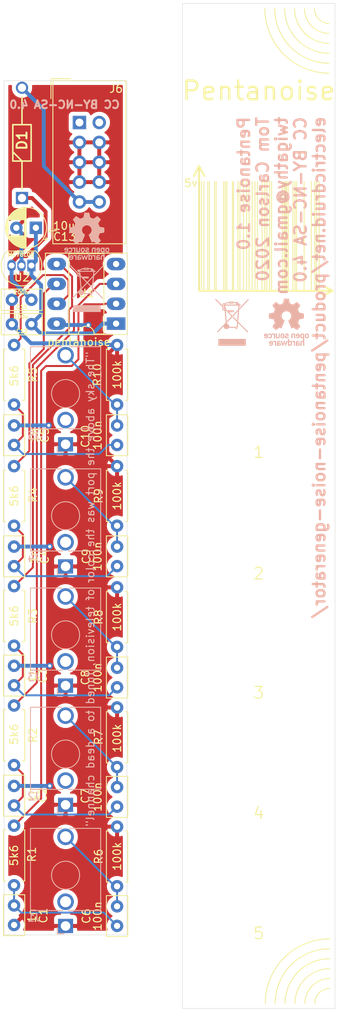
<source format=kicad_pcb>
(kicad_pcb (version 20171130) (host pcbnew "(5.1.4)-1")
  (layers (0 F.Cu signal) (31 B.Cu signal) (34 B.Paste user) (35 F.Paste user) (36 B.SilkS user) (37 F.SilkS user) (38 B.Mask user) (39 F.Mask user) (44 Edge.Cuts user))
  (net 0 "")
  (net 1 "Net-(C1-Pad2)")
  (net 2 Earth)
  (net 3 "Net-(C2-Pad2)")
  (net 4 "Net-(C3-Pad2)")
  (net 5 "Net-(C4-Pad2)")
  (net 6 "Net-(C10-Pad2)")
  (net 7 "Net-(C6-Pad1)")
  (net 8 "Net-(C7-Pad1)")
  (net 9 "Net-(C8-Pad1)")
  (net 10 "Net-(C9-Pad1)")
  (net 11 "Net-(C10-Pad1)")
  (net 12 +12V)
  (net 13 +5V)
  (net 14 "Net-(D1-Pad2)")
  (net 15 NOISE_1)
  (net 16 NOISE_2)
  (net 17 NOISE_3)
  (net 18 NOISE_4)
  (net 19 NOISE_5)
  (net 20 "Net-(U1-Pad4)")
  (net 21 "Net-(J6-Pad2)")
  (net 22 "Net-(J6-Pad1)")
  (module Symbol:WEEE-Logo_4.2x6mm_SilkScreen (layer B.Cu) (at 121.9835 69.342 180)
    (fp_text reference J26 hide)
    (fp_text value WEEE hide)
  )
  (module Symbol:OSHW-Logo_5.7x6mm_SilkScreen (layer B.Cu) (at 121.9835 62.6745 180)
    (fp_text reference J27 hide)
    (fp_text value OSHW hide)
  )
  (module Symbol:WEEE-Logo_4.2x6mm_SilkScreen (layer B.Cu) (at 140.589 73.66 180)
    (fp_text reference J26 hide)
    (fp_text value WEEE hide)
  )
  (module Symbol:OSHW-Logo_5.7x6mm_SilkScreen (layer B.Cu) (at 147.574 73.66 180)
    (fp_text reference J27 hide)
    (fp_text value OSHW hide)
  )
  (module MountingHole:MountingHole_3.2mm_M3 (layer F.Cu) (at 141.732 35.941)
    (fp_text reference REF** hide)
    (fp_text value MountingHole_3.2mm_M3)
    (pad "" np_thru_hole oval (at 0 0) (size 6.4 3.2) (drill oval 6.4 3.2) (layers *.Cu *.Mask))
  )
  (module MountingHole:MountingHole_3.2mm_M3 (layer F.Cu) (at 141.732 158.369)
    (fp_text reference REF** hide)
    (fp_text value MountingHole_3.2mm_M3)
    (pad "" np_thru_hole oval (at 0 0) (size 6.4 3.2) (drill oval 6.4 3.2) (layers *.Cu *.Mask))
  )
  (module MountingHole:MountingHole_6mm (layer F.Cu) (at 144.018 82.804)
    (fp_text reference 1 (at 0 7.4676) (layer F.SilkS) (effects (font (size 1.5 1.5))))
    (fp_text value MountingHole_6mm)
    (pad "" np_thru_hole circle (at 0 0) (size 6.1 6.1) (drill 6.1) (layers *.Cu *.Mask))
  )
  (module MountingHole:MountingHole_6mm (layer F.Cu) (at 144.018 98.425)
    (fp_text reference 2 (at 0 7.3914) (layer F.SilkS) (effects (font (size 1.5 1.5))))
    (fp_text value MountingHole_6mm)
    (pad "" np_thru_hole circle (at 0 0) (size 6.1 6.1) (drill 6.1) (layers *.Cu *.Mask))
  )
  (module MountingHole:MountingHole_6mm (layer F.Cu) (at 144.018 113.665)
    (fp_text reference 3 (at 0 7.3914) (layer F.SilkS) (effects (font (size 1.5 1.5))))
    (fp_text value MountingHole_6mm)
    (pad "" np_thru_hole circle (at 0 0) (size 6.1 6.1) (drill 6.1) (layers *.Cu *.Mask))
  )
  (module MountingHole:MountingHole_6mm (layer F.Cu) (at 144.018 128.905)
    (fp_text reference 4 (at 0 7.5438) (layer F.SilkS) (effects (font (size 1.5 1.5))))
    (fp_text value MountingHole_6mm)
    (pad "" np_thru_hole circle (at 0 0) (size 6.1 6.1) (drill 6.1) (layers *.Cu *.Mask))
  )
  (module MountingHole:MountingHole_6mm (layer F.Cu) (at 144.018 144.399)
    (fp_text reference 5 (at 0 7.4168) (layer F.SilkS) (effects (font (size 1.5 1.5))))
    (fp_text value MountingHole_6mm)
    (pad "" np_thru_hole circle (at 0 0) (size 6.1 6.1) (drill 6.1) (layers *.Cu *.Mask))
  )
  (module Package_TO_SOT_THT:TO-92_Inline (layer F.Cu) (at 114.8715 66.421 180)
    (fp_text reference U2 (at 1.2065 -1.524) (layer F.SilkS))
    (fp_text value MC78L05 (at 1.3335 1.397) (layer F.SilkS) (effects (font (size 0.5 0.5) (thickness 0.125))))
    (pad 1 thru_hole rect (at 0 0 180) (size 1.05 1.5) (drill 0.75) (layers *.Cu *.Mask) (net 13 +5V))
    (pad 3 thru_hole oval (at 2.54 0 180) (size 1.05 1.5) (drill 0.75) (layers *.Cu *.Mask) (net 12 +12V))
    (pad 2 thru_hole oval (at 1.27 0 180) (size 1.05 1.5) (drill 0.75) (layers *.Cu *.Mask) (net 2 Earth))
  )
  (module Package_DIP:DIP-8_W7.62mm_Socket_LongPads (layer F.Cu) (at 125.73 73.8505 180)
    (fp_text reference U1 (at 3.81 3.8735) (layer F.SilkS))
    (fp_text value pentanoise (at 4.7625 -2.3495) (layer F.SilkS))
    (pad 8 thru_hole oval (at 7.62 0 180) (size 2.4 1.6) (drill 0.8) (layers *.Cu *.Mask) (net 2 Earth))
    (pad 4 thru_hole oval (at 0 7.62 180) (size 2.4 1.6) (drill 0.8) (layers *.Cu *.Mask) (net 20 "Net-(U1-Pad4)"))
    (pad 7 thru_hole oval (at 7.62 2.54 180) (size 2.4 1.6) (drill 0.8) (layers *.Cu *.Mask) (net 19 NOISE_5))
    (pad 3 thru_hole oval (at 0 5.08 180) (size 2.4 1.6) (drill 0.8) (layers *.Cu *.Mask) (net 16 NOISE_2))
    (pad 6 thru_hole oval (at 7.62 5.08 180) (size 2.4 1.6) (drill 0.8) (layers *.Cu *.Mask) (net 18 NOISE_4))
    (pad 2 thru_hole oval (at 0 2.54 180) (size 2.4 1.6) (drill 0.8) (layers *.Cu *.Mask) (net 15 NOISE_1))
    (pad 5 thru_hole oval (at 7.62 7.62 180) (size 2.4 1.6) (drill 0.8) (layers *.Cu *.Mask) (net 17 NOISE_3))
    (pad 1 thru_hole rect (at 0 0 180) (size 2.4 1.6) (drill 0.8) (layers *.Cu *.Mask) (net 13 +5V))
  )
  (module Resistor_THT:R_Axial_DIN0207_L6.3mm_D2.5mm_P7.62mm_Horizontal (layer F.Cu) (at 125.857 84.201 90)
    (fp_text reference R10 (at 3.81 -2.54 90) (layer F.SilkS))
    (fp_text value 100k (at 3.81 0 90) (layer F.SilkS))
    (pad 2 thru_hole oval (at 7.62 0 90) (size 1.6 1.6) (drill 0.8) (layers *.Cu *.Mask) (net 2 Earth))
    (pad 1 thru_hole circle (at 0 0 90) (size 1.6 1.6) (drill 0.8) (layers *.Cu *.Mask) (net 11 "Net-(C10-Pad1)"))
  )
  (module Resistor_THT:R_Axial_DIN0207_L6.3mm_D2.5mm_P7.62mm_Horizontal (layer F.Cu) (at 125.857 99.695 90)
    (fp_text reference R9 (at 3.81 -2.37 90) (layer F.SilkS))
    (fp_text value 100k (at 3.81 0 90) (layer F.SilkS))
    (pad 2 thru_hole oval (at 7.62 0 90) (size 1.6 1.6) (drill 0.8) (layers *.Cu *.Mask) (net 2 Earth))
    (pad 1 thru_hole circle (at 0 0 90) (size 1.6 1.6) (drill 0.8) (layers *.Cu *.Mask) (net 10 "Net-(C9-Pad1)"))
  )
  (module Resistor_THT:R_Axial_DIN0207_L6.3mm_D2.5mm_P7.62mm_Horizontal (layer F.Cu) (at 125.857 115.189 90)
    (fp_text reference R8 (at 3.81 -2.37 90) (layer F.SilkS))
    (fp_text value 100k (at 3.81 0 90) (layer F.SilkS))
    (pad 2 thru_hole oval (at 7.62 0 90) (size 1.6 1.6) (drill 0.8) (layers *.Cu *.Mask) (net 2 Earth))
    (pad 1 thru_hole circle (at 0 0 90) (size 1.6 1.6) (drill 0.8) (layers *.Cu *.Mask) (net 9 "Net-(C8-Pad1)"))
  )
  (module Resistor_THT:R_Axial_DIN0207_L6.3mm_D2.5mm_P7.62mm_Horizontal (layer F.Cu) (at 125.857 130.556 90)
    (fp_text reference R7 (at 3.81 -2.37 90) (layer F.SilkS))
    (fp_text value 100k (at 3.683 0 90) (layer F.SilkS))
    (pad 2 thru_hole oval (at 7.62 0 90) (size 1.6 1.6) (drill 0.8) (layers *.Cu *.Mask) (net 2 Earth))
    (pad 1 thru_hole circle (at 0 0 90) (size 1.6 1.6) (drill 0.8) (layers *.Cu *.Mask) (net 8 "Net-(C7-Pad1)"))
  )
  (module Resistor_THT:R_Axial_DIN0207_L6.3mm_D2.5mm_P7.62mm_Horizontal (layer F.Cu) (at 125.857 145.796 90)
    (fp_text reference R6 (at 3.81 -2.37 90) (layer F.SilkS))
    (fp_text value 100k (at 3.81 0 90) (layer F.SilkS))
    (pad 2 thru_hole oval (at 7.62 0 90) (size 1.6 1.6) (drill 0.8) (layers *.Cu *.Mask) (net 2 Earth))
    (pad 1 thru_hole circle (at 0 0 90) (size 1.6 1.6) (drill 0.8) (layers *.Cu *.Mask) (net 7 "Net-(C6-Pad1)"))
  )
  (module Resistor_THT:R_Axial_DIN0207_L6.3mm_D2.5mm_P7.62mm_Horizontal (layer F.Cu) (at 112.649 84.201 90)
    (fp_text reference R5 (at 3.81 2.413 90) (layer F.SilkS))
    (fp_text value 5k6 (at 3.683 0 90) (layer F.SilkS))
    (pad 2 thru_hole oval (at 7.62 0 90) (size 1.6 1.6) (drill 0.8) (layers *.Cu *.Mask) (net 19 NOISE_5))
    (pad 1 thru_hole circle (at 0 0 90) (size 1.6 1.6) (drill 0.8) (layers *.Cu *.Mask) (net 6 "Net-(C10-Pad2)"))
  )
  (module Resistor_THT:R_Axial_DIN0207_L6.3mm_D2.5mm_P7.62mm_Horizontal (layer F.Cu) (at 112.649 99.695 90)
    (fp_text reference R4 (at 3.937 2.413 90) (layer F.SilkS))
    (fp_text value 5k6 (at 3.81 0 90) (layer F.SilkS))
    (pad 2 thru_hole oval (at 7.62 0 90) (size 1.6 1.6) (drill 0.8) (layers *.Cu *.Mask) (net 18 NOISE_4))
    (pad 1 thru_hole circle (at 0 0 90) (size 1.6 1.6) (drill 0.8) (layers *.Cu *.Mask) (net 5 "Net-(C4-Pad2)"))
  )
  (module Resistor_THT:R_Axial_DIN0207_L6.3mm_D2.5mm_P7.62mm_Horizontal (layer F.Cu) (at 112.649 115.0366 90)
    (fp_text reference R3 (at 3.81 2.413 90) (layer F.SilkS))
    (fp_text value 5k6 (at 3.81 0 90) (layer F.SilkS))
    (pad 2 thru_hole oval (at 7.62 0 90) (size 1.6 1.6) (drill 0.8) (layers *.Cu *.Mask) (net 17 NOISE_3))
    (pad 1 thru_hole circle (at 0 0 90) (size 1.6 1.6) (drill 0.8) (layers *.Cu *.Mask) (net 4 "Net-(C3-Pad2)"))
  )
  (module Resistor_THT:R_Axial_DIN0207_L6.3mm_D2.5mm_P7.62mm_Horizontal (layer F.Cu) (at 112.649 130.302 90)
    (fp_text reference R2 (at 3.81 2.413 90) (layer F.SilkS))
    (fp_text value 5k6 (at 3.937 0 90) (layer F.SilkS))
    (pad 2 thru_hole oval (at 7.62 0 90) (size 1.6 1.6) (drill 0.8) (layers *.Cu *.Mask) (net 16 NOISE_2))
    (pad 1 thru_hole circle (at 0 0 90) (size 1.6 1.6) (drill 0.8) (layers *.Cu *.Mask) (net 3 "Net-(C2-Pad2)"))
  )
  (module Resistor_THT:R_Axial_DIN0207_L6.3mm_D2.5mm_P7.62mm_Horizontal (layer F.Cu) (at 112.649 145.669 90)
    (fp_text reference R1 (at 3.937 2.286 90) (layer F.SilkS))
    (fp_text value 5k6 (at 3.81 0 90) (layer F.SilkS))
    (pad 2 thru_hole oval (at 7.62 0 90) (size 1.6 1.6) (drill 0.8) (layers *.Cu *.Mask) (net 15 NOISE_1))
    (pad 1 thru_hole circle (at 0 0 90) (size 1.6 1.6) (drill 0.8) (layers *.Cu *.Mask) (net 1 "Net-(C1-Pad2)"))
  )
  (module Connector_IDC:IDC-Header_2x05_P2.54mm_Vertical (layer F.Cu) (at 121.031 48.133)
    (fp_text reference J6 (at 4.699 -4.318) (layer F.SilkS))
    (fp_text value Conn_02x05_Odd_Even)
    (pad 10 thru_hole oval (at 2.54 10.16) (size 1.7272 1.7272) (drill 1.016) (layers *.Cu *.Mask) (net 14 "Net-(D1-Pad2)"))
    (pad 9 thru_hole oval (at 0 10.16) (size 1.7272 1.7272) (drill 1.016) (layers *.Cu *.Mask) (net 14 "Net-(D1-Pad2)"))
    (pad 8 thru_hole oval (at 2.54 7.62) (size 1.7272 1.7272) (drill 1.016) (layers *.Cu *.Mask) (net 2 Earth))
    (pad 7 thru_hole oval (at 0 7.62) (size 1.7272 1.7272) (drill 1.016) (layers *.Cu *.Mask) (net 2 Earth))
    (pad 6 thru_hole oval (at 2.54 5.08) (size 1.7272 1.7272) (drill 1.016) (layers *.Cu *.Mask) (net 2 Earth))
    (pad 5 thru_hole oval (at 0 5.08) (size 1.7272 1.7272) (drill 1.016) (layers *.Cu *.Mask) (net 2 Earth))
    (pad 4 thru_hole oval (at 2.54 2.54) (size 1.7272 1.7272) (drill 1.016) (layers *.Cu *.Mask) (net 2 Earth))
    (pad 3 thru_hole oval (at 0 2.54) (size 1.7272 1.7272) (drill 1.016) (layers *.Cu *.Mask) (net 2 Earth))
    (pad 2 thru_hole oval (at 2.54 0) (size 1.7272 1.7272) (drill 1.016) (layers *.Cu *.Mask) (net 21 "Net-(J6-Pad2)"))
    (pad 1 thru_hole rect (at 0 0) (size 1.7272 1.7272) (drill 1.016) (layers *.Cu *.Mask) (net 22 "Net-(J6-Pad1)"))
  )
  (module Connector_Audio:Jack_3.5mm_QingPu_WQP-PJ398SM_Vertical_CircularHoles (layer B.Cu) (at 119.253 89.281)
    (fp_text reference J5 (at -4.03 -1.08 180) (layer B.SilkS) (effects (justify mirror)))
    (fp_text value AudioJack2)
    (pad T thru_hole circle (at 0 -11.4 180) (size 2.13 2.13) (drill 1.43) (layers *.Cu *.Mask) (net 11 "Net-(C10-Pad1)"))
    (pad S thru_hole rect (at 0 0 180) (size 1.93 1.83) (drill 1.22) (layers *.Cu *.Mask) (net 2 Earth))
    (pad TN thru_hole circle (at 0 -3.1 180) (size 2.13 2.13) (drill 1.42) (layers *.Cu *.Mask))
  )
  (module Connector_Audio:Jack_3.5mm_QingPu_WQP-PJ398SM_Vertical_CircularHoles (layer B.Cu) (at 119.253 104.902)
    (fp_text reference J4 (at -4.03 -1.08 180) (layer B.SilkS) (effects (justify mirror)))
    (fp_text value AudioJack2)
    (pad T thru_hole circle (at 0 -11.4 180) (size 2.13 2.13) (drill 1.43) (layers *.Cu *.Mask) (net 10 "Net-(C9-Pad1)"))
    (pad S thru_hole rect (at 0 0 180) (size 1.93 1.83) (drill 1.22) (layers *.Cu *.Mask) (net 2 Earth))
    (pad TN thru_hole circle (at 0 -3.1 180) (size 2.13 2.13) (drill 1.42) (layers *.Cu *.Mask))
  )
  (module Connector_Audio:Jack_3.5mm_QingPu_WQP-PJ398SM_Vertical_CircularHoles (layer B.Cu) (at 119.253 120.142)
    (fp_text reference J3 (at -4.03 -1.08 180) (layer B.SilkS) (effects (justify mirror)))
    (fp_text value AudioJack2)
    (pad T thru_hole circle (at 0 -11.4 180) (size 2.13 2.13) (drill 1.43) (layers *.Cu *.Mask) (net 9 "Net-(C8-Pad1)"))
    (pad S thru_hole rect (at 0 0 180) (size 1.93 1.83) (drill 1.22) (layers *.Cu *.Mask) (net 2 Earth))
    (pad TN thru_hole circle (at 0 -3.1 180) (size 2.13 2.13) (drill 1.42) (layers *.Cu *.Mask))
  )
  (module Connector_Audio:Jack_3.5mm_QingPu_WQP-PJ398SM_Vertical_CircularHoles (layer B.Cu) (at 119.253 135.382)
    (fp_text reference J2 (at -4.03 -1.08 180) (layer B.SilkS) (effects (justify mirror)))
    (fp_text value AudioJack2)
    (pad T thru_hole circle (at 0 -11.4 180) (size 2.13 2.13) (drill 1.43) (layers *.Cu *.Mask) (net 8 "Net-(C7-Pad1)"))
    (pad S thru_hole rect (at 0 0 180) (size 1.93 1.83) (drill 1.22) (layers *.Cu *.Mask) (net 2 Earth))
    (pad TN thru_hole circle (at 0 -3.1 180) (size 2.13 2.13) (drill 1.42) (layers *.Cu *.Mask))
  )
  (module Connector_Audio:Jack_3.5mm_QingPu_WQP-PJ398SM_Vertical_CircularHoles (layer B.Cu) (at 119.253 150.876)
    (fp_text reference J1 (at -4.03 -1.08 180) (layer B.SilkS) (effects (justify mirror)))
    (fp_text value AudioJack2)
    (pad T thru_hole circle (at 0 -11.4 180) (size 2.13 2.13) (drill 1.43) (layers *.Cu *.Mask) (net 7 "Net-(C6-Pad1)"))
    (pad S thru_hole rect (at 0 0 180) (size 1.93 1.83) (drill 1.22) (layers *.Cu *.Mask) (net 2 Earth))
    (pad TN thru_hole circle (at 0 -3.1 180) (size 2.13 2.13) (drill 1.42) (layers *.Cu *.Mask))
  )
  (module RS:DIOAD1405W86L465D235 (layer F.Cu) (at 113.665 57.785 90)
    (fp_text reference D1 (at 7.366 0 90) (layer F.SilkS) (effects (font (size 1.27 1.27) (thickness 0.254))))
    (fp_text value D_Schottky hide)
    (pad 2 thru_hole circle (at 14.1 0 90) (size 1.575 1.575) (drill 1.05) (layers *.Cu *.Mask) (net 14 "Net-(D1-Pad2)"))
    (pad 1 thru_hole rect (at 0 0 90) (size 1.575 1.575) (drill 1.05) (layers *.Cu *.Mask) (net 12 +12V))
  )
  (module Capacitor_THT:CP_Radial_D5.0mm_P2.50mm (layer F.Cu) (at 115.443 61.595 180)
    (fp_text reference C13 (at -3.683 -1.143) (layer F.SilkS))
    (fp_text value 10u (at -3.6195 0.254) (layer F.SilkS))
    (pad 2 thru_hole circle (at 2.5 0 180) (size 1.6 1.6) (drill 0.8) (layers *.Cu *.Mask) (net 2 Earth))
    (pad 1 thru_hole rect (at 0 0 180) (size 1.6 1.6) (drill 0.8) (layers *.Cu *.Mask) (net 13 +5V))
  )
  (module Capacitor_THT:C_Disc_D5.0mm_W2.5mm_P2.50mm (layer F.Cu) (at 114.8715 73.914 180)
    (fp_text reference C12 (at 1.2065 -0.889) (layer F.SilkS) (effects (font (size 0.5 0.5) (thickness 0.125))))
    (fp_text value 100n (at 1.3335 0.9525) (layer F.SilkS) (effects (font (size 0.5 0.5) (thickness 0.125))))
    (pad 2 thru_hole circle (at 2.5 0 180) (size 1.6 1.6) (drill 0.8) (layers *.Cu *.Mask) (net 2 Earth))
    (pad 1 thru_hole circle (at 0 0 180) (size 1.6 1.6) (drill 0.8) (layers *.Cu *.Mask) (net 13 +5V))
  )
  (module Capacitor_THT:C_Disc_D5.0mm_W2.5mm_P2.50mm (layer F.Cu) (at 114.8715 70.8025 180)
    (fp_text reference C11 (at 1.2065 -0.889) (layer F.SilkS) (effects (font (size 0.5 0.5) (thickness 0.125))))
    (fp_text value 100n (at 1.3335 0.9525) (layer F.SilkS) (effects (font (size 0.5 0.5) (thickness 0.125))))
    (pad 2 thru_hole circle (at 2.5 0 180) (size 1.6 1.6) (drill 0.8) (layers *.Cu *.Mask) (net 2 Earth))
    (pad 1 thru_hole circle (at 0 0 180) (size 1.6 1.6) (drill 0.8) (layers *.Cu *.Mask) (net 12 +12V))
  )
  (module Capacitor_THT:C_Disc_D5.0mm_W2.5mm_P2.50mm (layer F.Cu) (at 125.857 86.868 270)
    (fp_text reference C10 (at 1.397 4.064 90) (layer F.SilkS))
    (fp_text value 100n (at 1.25 2.5 90) (layer F.SilkS))
    (pad 2 thru_hole circle (at 2.5 0 270) (size 1.6 1.6) (drill 0.8) (layers *.Cu *.Mask) (net 6 "Net-(C10-Pad2)"))
    (pad 1 thru_hole circle (at 0 0 270) (size 1.6 1.6) (drill 0.8) (layers *.Cu *.Mask) (net 11 "Net-(C10-Pad1)"))
  )
  (module Capacitor_THT:C_Disc_D5.0mm_W2.5mm_P2.50mm (layer F.Cu) (at 125.857 102.362 270)
    (fp_text reference C9 (at 1.25 3.937 90) (layer F.SilkS))
    (fp_text value 100n (at 1.25 2.5 90) (layer F.SilkS))
    (pad 2 thru_hole circle (at 2.5 0 270) (size 1.6 1.6) (drill 0.8) (layers *.Cu *.Mask) (net 5 "Net-(C4-Pad2)"))
    (pad 1 thru_hole circle (at 0 0 270) (size 1.6 1.6) (drill 0.8) (layers *.Cu *.Mask) (net 10 "Net-(C9-Pad1)"))
  )
  (module Capacitor_THT:C_Disc_D5.0mm_W2.5mm_P2.50mm (layer F.Cu) (at 125.857 117.856 270)
    (fp_text reference C8 (at 1.25 4.064 90) (layer F.SilkS))
    (fp_text value 100n (at 1.25 2.5 90) (layer F.SilkS))
    (pad 2 thru_hole circle (at 2.5 0 270) (size 1.6 1.6) (drill 0.8) (layers *.Cu *.Mask) (net 4 "Net-(C3-Pad2)"))
    (pad 1 thru_hole circle (at 0 0 270) (size 1.6 1.6) (drill 0.8) (layers *.Cu *.Mask) (net 9 "Net-(C8-Pad1)"))
  )
  (module Capacitor_THT:C_Disc_D5.0mm_W2.5mm_P2.50mm (layer F.Cu) (at 125.857 133.1214 270)
    (fp_text reference C7 (at 1.1176 4.064 90) (layer F.SilkS))
    (fp_text value 100n (at 1.25 2.5 90) (layer F.SilkS))
    (pad 2 thru_hole circle (at 2.5 0 270) (size 1.6 1.6) (drill 0.8) (layers *.Cu *.Mask) (net 3 "Net-(C2-Pad2)"))
    (pad 1 thru_hole circle (at 0 0 270) (size 1.6 1.6) (drill 0.8) (layers *.Cu *.Mask) (net 8 "Net-(C7-Pad1)"))
  )
  (module Capacitor_THT:C_Disc_D5.0mm_W2.5mm_P2.50mm (layer F.Cu) (at 125.857 148.3614 270)
    (fp_text reference C6 (at 1.25 3.937 90) (layer F.SilkS))
    (fp_text value 100n (at 1.25 2.5 90) (layer F.SilkS))
    (pad 2 thru_hole circle (at 2.5 0 270) (size 1.6 1.6) (drill 0.8) (layers *.Cu *.Mask) (net 1 "Net-(C1-Pad2)"))
    (pad 1 thru_hole circle (at 0 0 270) (size 1.6 1.6) (drill 0.8) (layers *.Cu *.Mask) (net 7 "Net-(C6-Pad1)"))
  )
  (module Capacitor_THT:C_Disc_D5.0mm_W2.5mm_P2.50mm (layer F.Cu) (at 112.649 86.868 270)
    (fp_text reference C5 (at 1.27 -3.937 90) (layer F.SilkS))
    (fp_text value 1n (at 1.25 -2.54 90) (layer F.SilkS))
    (pad 2 thru_hole circle (at 2.5 0 270) (size 1.6 1.6) (drill 0.8) (layers *.Cu *.Mask) (net 6 "Net-(C10-Pad2)"))
    (pad 1 thru_hole circle (at 0 0 270) (size 1.6 1.6) (drill 0.8) (layers *.Cu *.Mask) (net 2 Earth))
  )
  (module Capacitor_THT:C_Disc_D5.0mm_W2.5mm_P2.50mm (layer F.Cu) (at 112.649 102.362 270)
    (fp_text reference C4 (at 1.27 -3.937 90) (layer F.SilkS))
    (fp_text value 1n (at 1.25 -2.54 90) (layer F.SilkS))
    (pad 2 thru_hole circle (at 2.5 0 270) (size 1.6 1.6) (drill 0.8) (layers *.Cu *.Mask) (net 5 "Net-(C4-Pad2)"))
    (pad 1 thru_hole circle (at 0 0 270) (size 1.6 1.6) (drill 0.8) (layers *.Cu *.Mask) (net 2 Earth))
  )
  (module Capacitor_THT:C_Disc_D5.0mm_W2.5mm_P2.50mm (layer F.Cu) (at 112.649 117.602 270)
    (fp_text reference C3 (at 1.25 -3.683 90) (layer F.SilkS))
    (fp_text value 1n (at 1.25 -2.286 90) (layer F.SilkS))
    (pad 2 thru_hole circle (at 2.5 0 270) (size 1.6 1.6) (drill 0.8) (layers *.Cu *.Mask) (net 4 "Net-(C3-Pad2)"))
    (pad 1 thru_hole circle (at 0 0 270) (size 1.6 1.6) (drill 0.8) (layers *.Cu *.Mask) (net 2 Earth))
  )
  (module Capacitor_THT:C_Disc_D5.0mm_W2.5mm_P2.50mm (layer F.Cu) (at 112.649 132.969 270)
    (fp_text reference C2 (at 1.143 -3.683 90) (layer F.SilkS))
    (fp_text value 1n (at 1.143 -2.286 90) (layer F.SilkS))
    (pad 2 thru_hole circle (at 2.5 0 270) (size 1.6 1.6) (drill 0.8) (layers *.Cu *.Mask) (net 3 "Net-(C2-Pad2)"))
    (pad 1 thru_hole circle (at 0 0 270) (size 1.6 1.6) (drill 0.8) (layers *.Cu *.Mask) (net 2 Earth))
  )
  (module Capacitor_THT:C_Disc_D5.0mm_W2.5mm_P2.50mm (layer F.Cu) (at 112.649 150.749 90)
    (fp_text reference C1 (at 1.1938 3.7592 90) (layer F.SilkS))
    (fp_text value 1n (at 1.1938 2.286 90) (layer F.SilkS))
    (pad 2 thru_hole circle (at 2.5 0 90) (size 1.6 1.6) (drill 0.8) (layers *.Cu *.Mask) (net 1 "Net-(C1-Pad2)"))
    (pad 1 thru_hole circle (at 0 0 90) (size 1.6 1.6) (drill 0.8) (layers *.Cu *.Mask) (net 2 Earth))
  )
  (gr_text "CC BY-NC-SA 4.0" (at 119.126 45.847) (layer B.SilkS) (effects (font (size 1 1) (thickness 0.25)) (justify mirror)))
  (gr_text "Pentanoise 1.0\nTom Carlson 2020\ntwigathy@gmail.com\nCC BY-NC-SA 4.0\nelectricdruid.net/product/pentanoise-noise-generator/" (at 146.939 47.244 90) (layer B.SilkS) (effects (font (size 1.5 1.5) (thickness 0.3)) (justify left mirror)))
  (gr_text 5v (at 135.3058 55.88) (layer F.SilkS) (effects (font (size 1 1))))
  (gr_line (start 153.4922 69.6468) (end 152.2222 70.3072) (layer F.SilkS) (width 0.25))
  (gr_line (start 153.4922 69.6468) (end 152.2222 68.9864) (layer F.SilkS) (width 0.25))
  (gr_line (start 151.2062 69.6468) (end 151.2062 55.6768) (layer F.SilkS) (width 0.12))
  (gr_line (start 151.765 69.6468) (end 151.765 55.6768) (layer F.SilkS) (width 0.12))
  (gr_line (start 151.4094 69.6468) (end 151.4094 55.6768) (layer F.SilkS) (width 0.12))
  (gr_line (start 150.749 69.6468) (end 150.749 55.6768) (layer F.SilkS) (width 0.12))
  (gr_line (start 149.8346 69.6468) (end 149.8346 55.6768) (layer F.SilkS) (width 0.12))
  (gr_line (start 148.6662 69.6468) (end 148.6662 55.6768) (layer F.SilkS) (width 0.12))
  (gr_line (start 148.8694 69.6468) (end 148.8694 55.6768) (layer F.SilkS) (width 0.12))
  (gr_line (start 148.4122 69.6468) (end 148.4122 55.6768) (layer F.SilkS) (width 0.12))
  (gr_line (start 147.8026 69.6468) (end 147.8026 55.6768) (layer F.SilkS) (width 0.12))
  (gr_line (start 147.5994 69.6468) (end 147.5994 55.6768) (layer F.SilkS) (width 0.12))
  (gr_line (start 147.447 69.6468) (end 147.447 55.6768) (layer F.SilkS) (width 0.12))
  (gr_line (start 147.2946 69.6468) (end 147.2946 55.6768) (layer F.SilkS) (width 0.12))
  (gr_line (start 147.0406 69.6468) (end 147.0406 55.6768) (layer F.SilkS) (width 0.12))
  (gr_line (start 144.8054 69.6468) (end 144.8054 55.6768) (layer F.SilkS) (width 0.12))
  (gr_line (start 145.415 69.6468) (end 145.415 55.6768) (layer F.SilkS) (width 0.12))
  (gr_line (start 145.669 69.6468) (end 145.669 55.6768) (layer F.SilkS) (width 0.12))
  (gr_line (start 145.0594 69.6468) (end 145.0594 55.6768) (layer F.SilkS) (width 0.12))
  (gr_line (start 144.4498 69.6468) (end 144.4498 55.6768) (layer F.SilkS) (width 0.12))
  (gr_line (start 143.5354 69.6468) (end 143.5354 55.6768) (layer F.SilkS) (width 0.12))
  (gr_line (start 142.7734 69.6468) (end 142.7734 55.6768) (layer F.SilkS) (width 0.12))
  (gr_line (start 143.1798 69.6468) (end 143.1798 55.6768) (layer F.SilkS) (width 0.12))
  (gr_line (start 143.8402 69.6468) (end 143.8402 55.6768) (layer F.SilkS) (width 0.12))
  (gr_line (start 142.4686 69.6468) (end 142.4686 55.6768) (layer F.SilkS) (width 0.12))
  (gr_line (start 142.0622 69.6468) (end 142.0622 55.6768) (layer F.SilkS) (width 0.12))
  (gr_line (start 141.605 69.6468) (end 141.605 55.6768) (layer F.SilkS) (width 0.12))
  (gr_line (start 141.351 69.6468) (end 141.351 55.6768) (layer F.SilkS) (width 0.12))
  (gr_line (start 140.7922 69.6468) (end 140.7922 55.6768) (layer F.SilkS) (width 0.12))
  (gr_line (start 140.6398 69.6468) (end 140.6398 55.6768) (layer F.SilkS) (width 0.12))
  (gr_line (start 136.9822 69.6468) (end 136.9822 55.6768) (layer F.SilkS) (width 0.12))
  (gr_line (start 139.5222 69.6468) (end 139.5222 55.6768) (layer F.SilkS) (width 0.12))
  (gr_line (start 139.7254 69.6468) (end 139.7254 55.6768) (layer F.SilkS) (width 0.12))
  (gr_line (start 139.9286 69.6468) (end 139.9286 55.6768) (layer F.SilkS) (width 0.12))
  (gr_line (start 138.557 69.6468) (end 138.557 55.6768) (layer F.SilkS) (width 0.12))
  (gr_line (start 138.3538 69.6468) (end 138.3538 55.6768) (layer F.SilkS) (width 0.12))
  (gr_line (start 137.6934 69.6468) (end 137.6934 55.6768) (layer F.SilkS) (width 0.12))
  (gr_line (start 137.4902 69.6468) (end 137.4902 55.6768) (layer F.SilkS) (width 0.12))
  (gr_line (start 136.3726 53.6956) (end 135.7122 54.9656) (layer F.SilkS) (width 0.25))
  (gr_line (start 136.3726 53.6956) (end 137.033 54.9656) (layer F.SilkS) (width 0.25))
  (gr_line (start 136.6774 69.6468) (end 136.6774 55.6768) (layer F.SilkS) (width 0.12))
  (gr_line (start 136.3726 69.6468) (end 153.4922 69.6468) (layer F.SilkS) (width 0.25))
  (gr_line (start 136.3726 53.6956) (end 136.3726 69.6468) (layer F.SilkS) (width 0.25))
  (gr_text "\"The sky above the port was the color of television, tuned to a dead channel\"" (at 122.428 107.7976 90) (layer B.SilkS) (effects (font (size 1 1)) (justify mirror)))
  (gr_text Pentanoise (at 144.018 44.069) (layer F.SilkS) (effects (font (size 2.4 2.4) (thickness 0.3))))
  (gr_arc (start 153.0604 33.5661) (end 147.3454 33.5661) (angle -90) (layer F.SilkS) (width 0.12))
  (gr_arc (start 153.0604 33.5661) (end 146.0754 33.5661) (angle -90) (layer F.SilkS) (width 0.12))
  (gr_arc (start 153.1112 160.782) (end 153.1112 157.607) (angle -90) (layer F.SilkS) (width 0.12))
  (gr_arc (start 153.1112 160.782) (end 153.1112 152.527) (angle -90) (layer F.SilkS) (width 0.12))
  (gr_arc (start 153.1112 160.782) (end 153.1112 156.337) (angle -90) (layer F.SilkS) (width 0.12))
  (gr_arc (start 153.0604 33.5661) (end 148.6154 33.5661) (angle -90) (layer F.SilkS) (width 0.12))
  (gr_arc (start 153.0604 33.5661) (end 151.1554 33.5661) (angle -90) (layer F.SilkS) (width 0.12))
  (gr_arc (start 153.0604 33.5661) (end 144.8054 33.5661) (angle -90) (layer F.SilkS) (width 0.12))
  (gr_arc (start 153.0604 33.5661) (end 149.8854 33.5661) (angle -90) (layer F.SilkS) (width 0.12))
  (gr_arc (start 153.1112 160.782) (end 153.1112 158.877) (angle -90) (layer F.SilkS) (width 0.12))
  (gr_arc (start 153.1112 160.782) (end 153.1112 155.067) (angle -90) (layer F.SilkS) (width 0.12))
  (gr_arc (start 153.1112 160.782) (end 153.1112 153.797) (angle -90) (layer F.SilkS) (width 0.12))
  (gr_line (start 153.797 161.417) (end 134.239 161.417) (layer Edge.Cuts) (width 0.05))
  (gr_line (start 134.239 161.417) (end 134.239 32.893) (layer Edge.Cuts) (width 0.05))
  (gr_line (start 153.797 32.893) (end 153.797 161.417) (layer Edge.Cuts) (width 0.05))
  (gr_line (start 134.239 32.893) (end 153.797 32.893) (layer Edge.Cuts) (width 0.05))
  (gr_line (start 117.094 61.976) (end 117.4115 61.722) (layer F.SilkS) (width 0.12))
  (gr_line (start 117.094 61.976) (end 117.4115 62.2935) (layer F.SilkS) (width 0.12))
  (gr_line (start 118.11 61.976) (end 117.094 61.976) (layer F.SilkS) (width 0.12))
  (gr_line (start 111.379 42.799) (end 111.379 152.019) (layer Edge.Cuts) (width 0.05))
  (gr_line (start 127.127 42.799) (end 111.379 42.799) (layer Edge.Cuts) (width 0.05))
  (gr_line (start 127.127 152.019) (end 127.127 42.799) (layer Edge.Cuts) (width 0.05))
  (gr_line (start 111.379 152.019) (end 127.127 152.019) (layer Edge.Cuts) (width 0.05))
  (segment (start 112.649 145.669) (end 112.649 148.249) (width 0.25) (layer B.Cu) (net 1))
  (segment (start 125.057001 150.061401) (end 125.857 150.8614) (width 0.25) (layer B.Cu) (net 1))
  (segment (start 124.161601 149.166001) (end 125.057001 150.061401) (width 0.25) (layer B.Cu) (net 1))
  (segment (start 113.566001 149.166001) (end 124.161601 149.166001) (width 0.25) (layer B.Cu) (net 1))
  (segment (start 112.649 148.249) (end 113.566001 149.166001) (width 0.25) (layer B.Cu) (net 1))
  (segment (start 112.3715 73.914) (end 112.3715 70.8025) (width 0.5) (layer F.Cu) (net 2))
  (segment (start 125.057001 91.275001) (end 125.857 92.075) (width 0.5) (layer F.Cu) (net 2))
  (segment (start 124.606999 90.824999) (end 125.057001 91.275001) (width 0.5) (layer F.Cu) (net 2))
  (segment (start 124.606999 77.831001) (end 124.606999 90.824999) (width 0.5) (layer F.Cu) (net 2))
  (segment (start 125.857 76.581) (end 124.606999 77.831001) (width 0.5) (layer F.Cu) (net 2))
  (segment (start 112.649 86.868) (end 113.78037 86.868) (width 0.5) (layer B.Cu) (net 2))
  (segment (start 113.78037 86.868) (end 117.094 86.868) (width 0.5) (layer B.Cu) (net 2))
  (segment (start 117.094 86.868) (end 117.094 86.868) (width 0.5) (layer B.Cu) (net 2))
  (via (at 117.094 86.868) (size 0.8) (drill 0.4) (layers F.Cu B.Cu) (net 2))
  (segment (start 113.90737 102.362) (end 117.221 102.362) (width 0.5) (layer B.Cu) (net 2))
  (segment (start 117.221 102.362) (end 117.221 102.362) (width 0.5) (layer B.Cu) (net 2))
  (segment (start 112.776 102.362) (end 113.90737 102.362) (width 0.5) (layer B.Cu) (net 2))
  (via (at 117.221 102.362) (size 0.8) (drill 0.4) (layers F.Cu B.Cu) (net 2))
  (via (at 117.221 117.602) (size 0.8) (drill 0.4) (layers F.Cu B.Cu) (net 2))
  (segment (start 117.221 117.602) (end 117.221 117.602) (width 0.5) (layer B.Cu) (net 2))
  (segment (start 112.776 117.602) (end 113.90737 117.602) (width 0.5) (layer B.Cu) (net 2))
  (segment (start 113.90737 117.602) (end 117.221 117.602) (width 0.5) (layer B.Cu) (net 2))
  (via (at 117.221 132.969) (size 0.8) (drill 0.4) (layers F.Cu B.Cu) (net 2))
  (segment (start 112.776 132.969) (end 113.90737 132.969) (width 0.5) (layer B.Cu) (net 2))
  (segment (start 117.221 132.969) (end 117.221 132.969) (width 0.5) (layer B.Cu) (net 2))
  (segment (start 113.90737 132.969) (end 117.221 132.969) (width 0.5) (layer B.Cu) (net 2))
  (segment (start 113.6015 62.2535) (end 112.943 61.595) (width 0.5) (layer B.Cu) (net 2))
  (segment (start 113.6015 66.421) (end 113.6015 62.2535) (width 0.5) (layer B.Cu) (net 2))
  (segment (start 113.6015 69.5725) (end 113.6015 66.421) (width 0.5) (layer F.Cu) (net 2))
  (segment (start 112.3715 70.8025) (end 113.6015 69.5725) (width 0.5) (layer F.Cu) (net 2))
  (segment (start 124.72563 76.581) (end 122.174 74.02937) (width 0.5) (layer F.Cu) (net 2))
  (segment (start 125.857 76.581) (end 124.72563 76.581) (width 0.5) (layer F.Cu) (net 2))
  (segment (start 122.174 74.02937) (end 122.174 74.02937) (width 0.5) (layer F.Cu) (net 2))
  (via (at 122.174 74.02937) (size 0.8) (drill 0.4) (layers F.Cu B.Cu) (net 2))
  (segment (start 118.28887 74.02937) (end 118.11 73.8505) (width 0.5) (layer B.Cu) (net 2))
  (segment (start 122.174 74.02937) (end 118.28887 74.02937) (width 0.5) (layer B.Cu) (net 2))
  (segment (start 124.72563 76.581) (end 125.857 76.581) (width 0.5) (layer B.Cu) (net 2))
  (segment (start 124.510629 76.365999) (end 124.72563 76.581) (width 0.5) (layer B.Cu) (net 2))
  (segment (start 114.823499 76.365999) (end 124.510629 76.365999) (width 0.5) (layer B.Cu) (net 2))
  (segment (start 112.3715 73.914) (end 114.823499 76.365999) (width 0.5) (layer B.Cu) (net 2))
  (segment (start 113.448999 136.268999) (end 112.649 135.469) (width 0.25) (layer B.Cu) (net 3))
  (segment (start 113.802001 136.622001) (end 113.448999 136.268999) (width 0.25) (layer B.Cu) (net 3))
  (segment (start 124.830999 136.622001) (end 113.802001 136.622001) (width 0.25) (layer B.Cu) (net 3))
  (segment (start 125.857 135.596) (end 124.830999 136.622001) (width 0.25) (layer B.Cu) (net 3))
  (segment (start 113.448999 131.101999) (end 112.649 130.302) (width 0.25) (layer F.Cu) (net 3))
  (segment (start 113.774001 131.427001) (end 113.448999 131.101999) (width 0.25) (layer F.Cu) (net 3))
  (segment (start 113.774001 134.343999) (end 113.774001 131.427001) (width 0.25) (layer F.Cu) (net 3))
  (segment (start 112.649 135.469) (end 113.774001 134.343999) (width 0.25) (layer F.Cu) (net 3))
  (segment (start 113.448999 120.901999) (end 112.649 120.102) (width 0.25) (layer B.Cu) (net 4))
  (segment (start 113.929001 121.382001) (end 113.448999 120.901999) (width 0.25) (layer B.Cu) (net 4))
  (segment (start 124.830999 121.382001) (end 113.929001 121.382001) (width 0.25) (layer B.Cu) (net 4))
  (segment (start 125.857 120.356) (end 124.830999 121.382001) (width 0.25) (layer B.Cu) (net 4))
  (segment (start 113.448999 115.836599) (end 112.649 115.0366) (width 0.25) (layer F.Cu) (net 4))
  (segment (start 113.774001 116.161601) (end 113.448999 115.836599) (width 0.25) (layer F.Cu) (net 4))
  (segment (start 113.774001 118.976999) (end 113.774001 116.161601) (width 0.25) (layer F.Cu) (net 4))
  (segment (start 112.649 120.102) (end 113.774001 118.976999) (width 0.25) (layer F.Cu) (net 4))
  (segment (start 113.448999 105.661999) (end 112.649 104.862) (width 0.25) (layer B.Cu) (net 5))
  (segment (start 113.929001 106.142001) (end 113.448999 105.661999) (width 0.25) (layer B.Cu) (net 5))
  (segment (start 124.576999 106.142001) (end 113.929001 106.142001) (width 0.25) (layer B.Cu) (net 5))
  (segment (start 125.857 104.862) (end 124.576999 106.142001) (width 0.25) (layer B.Cu) (net 5))
  (segment (start 113.448999 100.494999) (end 112.649 99.695) (width 0.25) (layer F.Cu) (net 5))
  (segment (start 113.774001 100.820001) (end 113.448999 100.494999) (width 0.25) (layer F.Cu) (net 5))
  (segment (start 113.774001 103.736999) (end 113.774001 100.820001) (width 0.25) (layer F.Cu) (net 5))
  (segment (start 112.649 104.862) (end 113.774001 103.736999) (width 0.25) (layer F.Cu) (net 5))
  (segment (start 113.448999 90.167999) (end 112.649 89.368) (width 0.25) (layer B.Cu) (net 6))
  (segment (start 125.857 89.368) (end 124.72563 89.368) (width 0.25) (layer B.Cu) (net 6))
  (segment (start 124.72563 89.368) (end 123.572629 90.521001) (width 0.25) (layer B.Cu) (net 6))
  (segment (start 123.572629 90.521001) (end 113.802001 90.521001) (width 0.25) (layer B.Cu) (net 6))
  (segment (start 113.802001 90.521001) (end 113.448999 90.167999) (width 0.25) (layer B.Cu) (net 6))
  (segment (start 113.448999 88.568001) (end 112.649 89.368) (width 0.25) (layer F.Cu) (net 6))
  (segment (start 113.774001 88.242999) (end 113.448999 88.568001) (width 0.25) (layer F.Cu) (net 6))
  (segment (start 113.774001 85.326001) (end 113.774001 88.242999) (width 0.25) (layer F.Cu) (net 6))
  (segment (start 112.649 84.201) (end 113.774001 85.326001) (width 0.25) (layer F.Cu) (net 6))
  (segment (start 125.857 146.92737) (end 125.857 148.336) (width 0.25) (layer B.Cu) (net 7))
  (segment (start 125.857 145.796) (end 125.857 146.92737) (width 0.25) (layer B.Cu) (net 7))
  (segment (start 125.573 145.796) (end 125.857 145.796) (width 0.25) (layer B.Cu) (net 7))
  (segment (start 119.253 139.476) (end 125.573 145.796) (width 0.25) (layer B.Cu) (net 7))
  (segment (start 125.857 131.68737) (end 125.857 133.096) (width 0.25) (layer B.Cu) (net 8))
  (segment (start 125.857 130.556) (end 125.857 131.68737) (width 0.25) (layer B.Cu) (net 8))
  (segment (start 125.827 130.556) (end 125.857 130.556) (width 0.25) (layer B.Cu) (net 8))
  (segment (start 119.253 123.982) (end 125.827 130.556) (width 0.25) (layer B.Cu) (net 8))
  (segment (start 125.857 116.32037) (end 125.857 117.856) (width 0.25) (layer B.Cu) (net 9))
  (segment (start 125.857 115.189) (end 125.857 116.32037) (width 0.25) (layer B.Cu) (net 9))
  (segment (start 125.7 115.189) (end 125.857 115.189) (width 0.25) (layer B.Cu) (net 9))
  (segment (start 119.253 108.742) (end 125.7 115.189) (width 0.25) (layer B.Cu) (net 9))
  (segment (start 125.857 100.82637) (end 125.857 102.362) (width 0.25) (layer B.Cu) (net 10))
  (segment (start 125.857 99.695) (end 125.857 100.82637) (width 0.25) (layer B.Cu) (net 10))
  (segment (start 125.446 99.695) (end 125.857 99.695) (width 0.25) (layer B.Cu) (net 10))
  (segment (start 119.253 93.502) (end 125.446 99.695) (width 0.25) (layer B.Cu) (net 10))
  (segment (start 125.857 85.33237) (end 125.857 86.868) (width 0.25) (layer B.Cu) (net 11))
  (segment (start 125.857 84.201) (end 125.857 85.33237) (width 0.25) (layer B.Cu) (net 11))
  (segment (start 125.573 84.201) (end 125.857 84.201) (width 0.25) (layer B.Cu) (net 11))
  (segment (start 119.253 77.881) (end 125.573 84.201) (width 0.25) (layer B.Cu) (net 11))
  (segment (start 112.3315 68.2625) (end 114.8715 70.8025) (width 0.5) (layer B.Cu) (net 12))
  (segment (start 112.3315 66.421) (end 112.3315 68.2625) (width 0.5) (layer B.Cu) (net 12))
  (segment (start 112.3315 66.087128) (end 112.3315 66.421) (width 0.5) (layer F.Cu) (net 12))
  (segment (start 113.197638 65.22099) (end 112.3315 66.087128) (width 0.5) (layer F.Cu) (net 12))
  (segment (start 114.227012 65.22099) (end 113.197638 65.22099) (width 0.5) (layer F.Cu) (net 12))
  (segment (start 116.693001 62.755001) (end 114.227012 65.22099) (width 0.5) (layer F.Cu) (net 12))
  (segment (start 116.693001 59.525501) (end 116.693001 62.755001) (width 0.5) (layer F.Cu) (net 12))
  (segment (start 114.9525 57.785) (end 116.693001 59.525501) (width 0.5) (layer F.Cu) (net 12))
  (segment (start 113.665 57.785) (end 114.9525 57.785) (width 0.5) (layer F.Cu) (net 12))
  (segment (start 115.443 65.8495) (end 114.8715 66.421) (width 0.5) (layer B.Cu) (net 13))
  (segment (start 115.443 61.595) (end 115.443 65.8495) (width 0.5) (layer B.Cu) (net 13))
  (segment (start 114.8715 67.671) (end 114.8715 66.421) (width 0.5) (layer B.Cu) (net 13))
  (segment (start 116.121501 68.921001) (end 114.8715 67.671) (width 0.5) (layer B.Cu) (net 13))
  (segment (start 116.121501 72.663999) (end 116.121501 68.921001) (width 0.5) (layer B.Cu) (net 13))
  (segment (start 114.8715 73.914) (end 116.121501 72.663999) (width 0.5) (layer B.Cu) (net 13))
  (segment (start 124.03 73.8505) (end 125.73 73.8505) (width 0.5) (layer B.Cu) (net 13))
  (segment (start 122.77999 75.10051) (end 124.03 73.8505) (width 0.5) (layer B.Cu) (net 13))
  (segment (start 116.05801 75.10051) (end 122.77999 75.10051) (width 0.5) (layer B.Cu) (net 13))
  (segment (start 114.8715 73.914) (end 116.05801 75.10051) (width 0.5) (layer B.Cu) (net 13))
  (segment (start 123.571 58.293) (end 121.031 58.293) (width 0.5) (layer B.Cu) (net 14))
  (segment (start 121.031 58.293) (end 116.459 53.721) (width 0.5) (layer B.Cu) (net 14))
  (segment (start 116.459 46.479) (end 113.665 43.685) (width 0.5) (layer B.Cu) (net 14))
  (segment (start 116.459 53.721) (end 116.459 46.479) (width 0.5) (layer B.Cu) (net 14))
  (segment (start 124.28 71.3105) (end 124.2165 71.374) (width 0.25) (layer F.Cu) (net 15))
  (segment (start 125.73 71.3105) (end 124.28 71.3105) (width 0.25) (layer F.Cu) (net 15))
  (segment (start 124.2165 71.374) (end 121.666 71.374) (width 0.25) (layer F.Cu) (net 15))
  (segment (start 121.666 71.374) (end 120.904 72.136) (width 0.25) (layer F.Cu) (net 15))
  (segment (start 120.047201 79.271001) (end 116.736001 79.271001) (width 0.25) (layer F.Cu) (net 15))
  (segment (start 120.904 72.136) (end 120.904 78.414202) (width 0.25) (layer F.Cu) (net 15))
  (segment (start 120.904 78.414202) (end 120.047201 79.271001) (width 0.25) (layer F.Cu) (net 15))
  (segment (start 116.736001 79.271001) (end 116.124002 79.883) (width 0.25) (layer F.Cu) (net 15))
  (segment (start 116.124002 134.573998) (end 112.649 138.049) (width 0.25) (layer F.Cu) (net 15))
  (segment (start 116.124002 79.883) (end 116.124002 134.573998) (width 0.25) (layer F.Cu) (net 15))
  (segment (start 113.448999 121.882001) (end 112.649 122.682) (width 0.25) (layer F.Cu) (net 16))
  (segment (start 115.57 119.761) (end 113.448999 121.882001) (width 0.25) (layer F.Cu) (net 16))
  (segment (start 125.73 68.7705) (end 123.633089 68.7705) (width 0.25) (layer F.Cu) (net 16))
  (segment (start 120.326989 74.749809) (end 115.57 79.506798) (width 0.25) (layer F.Cu) (net 16))
  (segment (start 115.57 80.137) (end 115.57 119.761) (width 0.25) (layer F.Cu) (net 16))
  (segment (start 115.57 79.633798) (end 115.57 80.137) (width 0.25) (layer F.Cu) (net 16))
  (segment (start 115.57 79.506798) (end 115.57 80.137) (width 0.25) (layer F.Cu) (net 16))
  (segment (start 120.326989 72.076601) (end 120.776295 71.627295) (width 0.25) (layer F.Cu) (net 16))
  (segment (start 120.326989 74.749809) (end 120.326989 72.076601) (width 0.25) (layer F.Cu) (net 16))
  (segment (start 123.633089 68.7705) (end 120.776295 71.627295) (width 0.25) (layer F.Cu) (net 16))
  (segment (start 120.776295 71.627295) (end 120.453989 71.9496) (width 0.25) (layer F.Cu) (net 16))
  (segment (start 120.085021 71.682157) (end 119.691991 72.075187) (width 0.25) (layer F.Cu) (net 17))
  (segment (start 119.691991 72.075187) (end 119.691991 74.489598) (width 0.25) (layer F.Cu) (net 17))
  (segment (start 116.909011 77.272578) (end 116.909011 77.2754) (width 0.25) (layer F.Cu) (net 17))
  (segment (start 115.062 79.12241) (end 115.062 105.029) (width 0.25) (layer F.Cu) (net 17))
  (segment (start 113.448999 106.642001) (end 112.649 107.442) (width 0.25) (layer F.Cu) (net 17))
  (segment (start 115.062 105.029) (end 113.448999 106.642001) (width 0.25) (layer F.Cu) (net 17))
  (segment (start 120.085021 67.805521) (end 120.085021 71.682157) (width 0.25) (layer F.Cu) (net 17))
  (segment (start 118.51 66.2305) (end 120.085021 67.805521) (width 0.25) (layer F.Cu) (net 17))
  (segment (start 116.909011 77.2754) (end 115.062 79.12241) (width 0.25) (layer F.Cu) (net 17))
  (segment (start 118.11 66.2305) (end 118.51 66.2305) (width 0.25) (layer F.Cu) (net 17))
  (segment (start 119.691991 74.489598) (end 116.909011 77.272578) (width 0.25) (layer F.Cu) (net 17))
  (segment (start 113.448999 91.275001) (end 112.649 92.075) (width 0.25) (layer F.Cu) (net 18))
  (segment (start 114.611989 90.112011) (end 113.448999 91.275001) (width 0.25) (layer F.Cu) (net 18))
  (segment (start 117.71 68.7705) (end 116.459 70.0215) (width 0.25) (layer F.Cu) (net 18))
  (segment (start 118.11 68.7705) (end 117.71 68.7705) (width 0.25) (layer F.Cu) (net 18))
  (segment (start 116.459 70.0215) (end 116.459 77.089) (width 0.25) (layer F.Cu) (net 18))
  (segment (start 114.611989 78.936011) (end 114.611989 81.718989) (width 0.25) (layer F.Cu) (net 18))
  (segment (start 116.459 77.089) (end 114.611989 78.936011) (width 0.25) (layer F.Cu) (net 18))
  (segment (start 114.611989 80.208991) (end 114.611989 81.718989) (width 0.25) (layer F.Cu) (net 18))
  (segment (start 114.611989 81.718989) (end 114.611989 90.112011) (width 0.25) (layer F.Cu) (net 18))
  (segment (start 113.448999 75.781001) (end 112.649 76.581) (width 0.25) (layer F.Cu) (net 19))
  (segment (start 113.496501 75.733499) (end 113.448999 75.781001) (width 0.25) (layer F.Cu) (net 19))
  (segment (start 113.496501 70.512497) (end 113.496501 75.733499) (width 0.25) (layer F.Cu) (net 19))
  (segment (start 116.363508 67.64549) (end 113.496501 70.512497) (width 0.25) (layer F.Cu) (net 19))
  (segment (start 118.975994 67.64549) (end 116.363508 67.64549) (width 0.25) (layer F.Cu) (net 19))
  (segment (start 119.63501 68.304506) (end 118.975994 67.64549) (width 0.25) (layer F.Cu) (net 19))
  (segment (start 119.63501 70.18549) (end 119.63501 68.304506) (width 0.25) (layer F.Cu) (net 19))
  (segment (start 118.51 71.3105) (end 119.63501 70.18549) (width 0.25) (layer F.Cu) (net 19))
  (segment (start 118.11 71.3105) (end 118.51 71.3105) (width 0.25) (layer F.Cu) (net 19))
  (zone (net 2) (net_name Earth) (layer F.Cu) (connect_pads (clearance 0.508)) (min_thickness 0.254) (fill yes (arc_segments 32) (thermal_gap 0.508) (thermal_bridge_width 0.508))
    (polygon (pts (xy 127.381 151.892) (xy 111.125 152.273) (xy 110.871 42.672) (xy 127.127 42.672)))
  )
)
</source>
